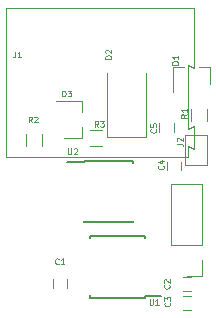
<source format=gbr>
G04 #@! TF.FileFunction,Legend,Top*
%FSLAX46Y46*%
G04 Gerber Fmt 4.6, Leading zero omitted, Abs format (unit mm)*
G04 Created by KiCad (PCBNEW 4.0.4-stable) date 10/18/17 21:30:34*
%MOMM*%
%LPD*%
G01*
G04 APERTURE LIST*
%ADD10C,0.100000*%
%ADD11C,0.120000*%
%ADD12C,0.150000*%
G04 APERTURE END LIST*
D10*
D11*
X52900000Y-36960000D02*
X52900000Y-36260000D01*
X54100000Y-36260000D02*
X54100000Y-36960000D01*
D12*
X51050000Y-47785000D02*
X51050000Y-47660000D01*
X46400000Y-47785000D02*
X46400000Y-47560000D01*
X46400000Y-42535000D02*
X46400000Y-42760000D01*
X51050000Y-42535000D02*
X51050000Y-42760000D01*
X51050000Y-47785000D02*
X46400000Y-47785000D01*
X51050000Y-42535000D02*
X46400000Y-42535000D01*
X51050000Y-47660000D02*
X52400000Y-47660000D01*
D11*
X39250000Y-23260000D02*
X39250000Y-35860000D01*
X39250000Y-35860000D02*
X54650000Y-35860000D01*
X54650000Y-35860000D02*
X54650000Y-34910000D01*
X54650000Y-34910000D02*
X55150000Y-35210000D01*
X55150000Y-35210000D02*
X55150000Y-33210000D01*
X55150000Y-33210000D02*
X54650000Y-33460000D01*
X54650000Y-33460000D02*
X54650000Y-28060000D01*
X54650000Y-28060000D02*
X55150000Y-28310000D01*
X55150000Y-28310000D02*
X55150000Y-23260000D01*
X55150000Y-23260000D02*
X39250000Y-23260000D01*
X44400000Y-46210000D02*
X44400000Y-46910000D01*
X43200000Y-46910000D02*
X43200000Y-46210000D01*
X54250000Y-46010000D02*
X54950000Y-46010000D01*
X54950000Y-47210000D02*
X54250000Y-47210000D01*
X54260000Y-47590000D02*
X54960000Y-47590000D01*
X54960000Y-48790000D02*
X54260000Y-48790000D01*
X54460000Y-34040000D02*
X54460000Y-36580000D01*
X56240000Y-36580000D02*
X56240000Y-34040000D01*
X56240000Y-36580000D02*
X54460000Y-36580000D01*
X54460000Y-34040000D02*
X56240000Y-34040000D01*
X54920000Y-32810000D02*
X54920000Y-31810000D01*
X56280000Y-31810000D02*
X56280000Y-32810000D01*
X40920000Y-34910000D02*
X40920000Y-33910000D01*
X42280000Y-33910000D02*
X42280000Y-34910000D01*
X53450000Y-33010000D02*
X53450000Y-33710000D01*
X52250000Y-33710000D02*
X52250000Y-33010000D01*
X47800000Y-34160000D02*
X51100000Y-34160000D01*
X51100000Y-34160000D02*
X51100000Y-28760000D01*
X47800000Y-34160000D02*
X47800000Y-28760000D01*
X46350000Y-33580000D02*
X47350000Y-33580000D01*
X47350000Y-34940000D02*
X46350000Y-34940000D01*
X56530000Y-28200000D02*
X55600000Y-28200000D01*
X53370000Y-28200000D02*
X54300000Y-28200000D01*
X53370000Y-28200000D02*
X53370000Y-30360000D01*
X56530000Y-28200000D02*
X56530000Y-29660000D01*
X45660000Y-34240000D02*
X45660000Y-33310000D01*
X45660000Y-31080000D02*
X45660000Y-32010000D01*
X45660000Y-31080000D02*
X43500000Y-31080000D01*
X45660000Y-34240000D02*
X44200000Y-34240000D01*
D12*
X45825000Y-36240000D02*
X45825000Y-36290000D01*
X49975000Y-36240000D02*
X49975000Y-36385000D01*
X49975000Y-41390000D02*
X49975000Y-41245000D01*
X45825000Y-41390000D02*
X45825000Y-41245000D01*
X45825000Y-36240000D02*
X49975000Y-36240000D01*
X45825000Y-41390000D02*
X49975000Y-41390000D01*
X45825000Y-36290000D02*
X44425000Y-36290000D01*
D11*
X55880000Y-38180000D02*
X53220000Y-38180000D01*
X55880000Y-43320000D02*
X55880000Y-38180000D01*
X53220000Y-43320000D02*
X53220000Y-38180000D01*
X55880000Y-43320000D02*
X53220000Y-43320000D01*
X55880000Y-44590000D02*
X55880000Y-45920000D01*
X55880000Y-45920000D02*
X54550000Y-45920000D01*
D10*
X52578571Y-36593333D02*
X52602381Y-36617143D01*
X52626190Y-36688571D01*
X52626190Y-36736190D01*
X52602381Y-36807619D01*
X52554762Y-36855238D01*
X52507143Y-36879047D01*
X52411905Y-36902857D01*
X52340476Y-36902857D01*
X52245238Y-36879047D01*
X52197619Y-36855238D01*
X52150000Y-36807619D01*
X52126190Y-36736190D01*
X52126190Y-36688571D01*
X52150000Y-36617143D01*
X52173810Y-36593333D01*
X52292857Y-36164762D02*
X52626190Y-36164762D01*
X52102381Y-36283809D02*
X52459524Y-36402857D01*
X52459524Y-36093333D01*
X51419048Y-47886190D02*
X51419048Y-48290952D01*
X51442857Y-48338571D01*
X51466667Y-48362381D01*
X51514286Y-48386190D01*
X51609524Y-48386190D01*
X51657143Y-48362381D01*
X51680952Y-48338571D01*
X51704762Y-48290952D01*
X51704762Y-47886190D01*
X52204762Y-48386190D02*
X51919048Y-48386190D01*
X52061905Y-48386190D02*
X52061905Y-47886190D01*
X52014286Y-47957619D01*
X51966667Y-48005238D01*
X51919048Y-48029048D01*
X40033334Y-26936190D02*
X40033334Y-27293333D01*
X40009524Y-27364762D01*
X39961905Y-27412381D01*
X39890477Y-27436190D01*
X39842858Y-27436190D01*
X40533333Y-27436190D02*
X40247619Y-27436190D01*
X40390476Y-27436190D02*
X40390476Y-26936190D01*
X40342857Y-27007619D01*
X40295238Y-27055238D01*
X40247619Y-27079048D01*
X43716667Y-44888571D02*
X43692857Y-44912381D01*
X43621429Y-44936190D01*
X43573810Y-44936190D01*
X43502381Y-44912381D01*
X43454762Y-44864762D01*
X43430953Y-44817143D01*
X43407143Y-44721905D01*
X43407143Y-44650476D01*
X43430953Y-44555238D01*
X43454762Y-44507619D01*
X43502381Y-44460000D01*
X43573810Y-44436190D01*
X43621429Y-44436190D01*
X43692857Y-44460000D01*
X43716667Y-44483810D01*
X44192857Y-44936190D02*
X43907143Y-44936190D01*
X44050000Y-44936190D02*
X44050000Y-44436190D01*
X44002381Y-44507619D01*
X43954762Y-44555238D01*
X43907143Y-44579048D01*
X53078571Y-46693333D02*
X53102381Y-46717143D01*
X53126190Y-46788571D01*
X53126190Y-46836190D01*
X53102381Y-46907619D01*
X53054762Y-46955238D01*
X53007143Y-46979047D01*
X52911905Y-47002857D01*
X52840476Y-47002857D01*
X52745238Y-46979047D01*
X52697619Y-46955238D01*
X52650000Y-46907619D01*
X52626190Y-46836190D01*
X52626190Y-46788571D01*
X52650000Y-46717143D01*
X52673810Y-46693333D01*
X52673810Y-46502857D02*
X52650000Y-46479047D01*
X52626190Y-46431428D01*
X52626190Y-46312381D01*
X52650000Y-46264762D01*
X52673810Y-46240952D01*
X52721429Y-46217143D01*
X52769048Y-46217143D01*
X52840476Y-46240952D01*
X53126190Y-46526666D01*
X53126190Y-46217143D01*
X53128571Y-48193333D02*
X53152381Y-48217143D01*
X53176190Y-48288571D01*
X53176190Y-48336190D01*
X53152381Y-48407619D01*
X53104762Y-48455238D01*
X53057143Y-48479047D01*
X52961905Y-48502857D01*
X52890476Y-48502857D01*
X52795238Y-48479047D01*
X52747619Y-48455238D01*
X52700000Y-48407619D01*
X52676190Y-48336190D01*
X52676190Y-48288571D01*
X52700000Y-48217143D01*
X52723810Y-48193333D01*
X52676190Y-48026666D02*
X52676190Y-47717143D01*
X52866667Y-47883809D01*
X52866667Y-47812381D01*
X52890476Y-47764762D01*
X52914286Y-47740952D01*
X52961905Y-47717143D01*
X53080952Y-47717143D01*
X53128571Y-47740952D01*
X53152381Y-47764762D01*
X53176190Y-47812381D01*
X53176190Y-47955238D01*
X53152381Y-48002857D01*
X53128571Y-48026666D01*
X53726190Y-34726666D02*
X54083333Y-34726666D01*
X54154762Y-34750476D01*
X54202381Y-34798095D01*
X54226190Y-34869523D01*
X54226190Y-34917142D01*
X53773810Y-34512381D02*
X53750000Y-34488571D01*
X53726190Y-34440952D01*
X53726190Y-34321905D01*
X53750000Y-34274286D01*
X53773810Y-34250476D01*
X53821429Y-34226667D01*
X53869048Y-34226667D01*
X53940476Y-34250476D01*
X54226190Y-34536190D01*
X54226190Y-34226667D01*
X54576190Y-32243333D02*
X54338095Y-32410000D01*
X54576190Y-32529047D02*
X54076190Y-32529047D01*
X54076190Y-32338571D01*
X54100000Y-32290952D01*
X54123810Y-32267143D01*
X54171429Y-32243333D01*
X54242857Y-32243333D01*
X54290476Y-32267143D01*
X54314286Y-32290952D01*
X54338095Y-32338571D01*
X54338095Y-32529047D01*
X54576190Y-31767143D02*
X54576190Y-32052857D01*
X54576190Y-31910000D02*
X54076190Y-31910000D01*
X54147619Y-31957619D01*
X54195238Y-32005238D01*
X54219048Y-32052857D01*
X41466667Y-32936190D02*
X41300000Y-32698095D01*
X41180953Y-32936190D02*
X41180953Y-32436190D01*
X41371429Y-32436190D01*
X41419048Y-32460000D01*
X41442857Y-32483810D01*
X41466667Y-32531429D01*
X41466667Y-32602857D01*
X41442857Y-32650476D01*
X41419048Y-32674286D01*
X41371429Y-32698095D01*
X41180953Y-32698095D01*
X41657143Y-32483810D02*
X41680953Y-32460000D01*
X41728572Y-32436190D01*
X41847619Y-32436190D01*
X41895238Y-32460000D01*
X41919048Y-32483810D01*
X41942857Y-32531429D01*
X41942857Y-32579048D01*
X41919048Y-32650476D01*
X41633334Y-32936190D01*
X41942857Y-32936190D01*
X51928571Y-33493333D02*
X51952381Y-33517143D01*
X51976190Y-33588571D01*
X51976190Y-33636190D01*
X51952381Y-33707619D01*
X51904762Y-33755238D01*
X51857143Y-33779047D01*
X51761905Y-33802857D01*
X51690476Y-33802857D01*
X51595238Y-33779047D01*
X51547619Y-33755238D01*
X51500000Y-33707619D01*
X51476190Y-33636190D01*
X51476190Y-33588571D01*
X51500000Y-33517143D01*
X51523810Y-33493333D01*
X51476190Y-33040952D02*
X51476190Y-33279047D01*
X51714286Y-33302857D01*
X51690476Y-33279047D01*
X51666667Y-33231428D01*
X51666667Y-33112381D01*
X51690476Y-33064762D01*
X51714286Y-33040952D01*
X51761905Y-33017143D01*
X51880952Y-33017143D01*
X51928571Y-33040952D01*
X51952381Y-33064762D01*
X51976190Y-33112381D01*
X51976190Y-33231428D01*
X51952381Y-33279047D01*
X51928571Y-33302857D01*
X48176190Y-27529047D02*
X47676190Y-27529047D01*
X47676190Y-27410000D01*
X47700000Y-27338571D01*
X47747619Y-27290952D01*
X47795238Y-27267143D01*
X47890476Y-27243333D01*
X47961905Y-27243333D01*
X48057143Y-27267143D01*
X48104762Y-27290952D01*
X48152381Y-27338571D01*
X48176190Y-27410000D01*
X48176190Y-27529047D01*
X47723810Y-27052857D02*
X47700000Y-27029047D01*
X47676190Y-26981428D01*
X47676190Y-26862381D01*
X47700000Y-26814762D01*
X47723810Y-26790952D01*
X47771429Y-26767143D01*
X47819048Y-26767143D01*
X47890476Y-26790952D01*
X48176190Y-27076666D01*
X48176190Y-26767143D01*
X47066667Y-33286190D02*
X46900000Y-33048095D01*
X46780953Y-33286190D02*
X46780953Y-32786190D01*
X46971429Y-32786190D01*
X47019048Y-32810000D01*
X47042857Y-32833810D01*
X47066667Y-32881429D01*
X47066667Y-32952857D01*
X47042857Y-33000476D01*
X47019048Y-33024286D01*
X46971429Y-33048095D01*
X46780953Y-33048095D01*
X47233334Y-32786190D02*
X47542857Y-32786190D01*
X47376191Y-32976667D01*
X47447619Y-32976667D01*
X47495238Y-33000476D01*
X47519048Y-33024286D01*
X47542857Y-33071905D01*
X47542857Y-33190952D01*
X47519048Y-33238571D01*
X47495238Y-33262381D01*
X47447619Y-33286190D01*
X47304762Y-33286190D01*
X47257143Y-33262381D01*
X47233334Y-33238571D01*
X53826190Y-28029047D02*
X53326190Y-28029047D01*
X53326190Y-27910000D01*
X53350000Y-27838571D01*
X53397619Y-27790952D01*
X53445238Y-27767143D01*
X53540476Y-27743333D01*
X53611905Y-27743333D01*
X53707143Y-27767143D01*
X53754762Y-27790952D01*
X53802381Y-27838571D01*
X53826190Y-27910000D01*
X53826190Y-28029047D01*
X53826190Y-27267143D02*
X53826190Y-27552857D01*
X53826190Y-27410000D02*
X53326190Y-27410000D01*
X53397619Y-27457619D01*
X53445238Y-27505238D01*
X53469048Y-27552857D01*
X44030953Y-30736190D02*
X44030953Y-30236190D01*
X44150000Y-30236190D01*
X44221429Y-30260000D01*
X44269048Y-30307619D01*
X44292857Y-30355238D01*
X44316667Y-30450476D01*
X44316667Y-30521905D01*
X44292857Y-30617143D01*
X44269048Y-30664762D01*
X44221429Y-30712381D01*
X44150000Y-30736190D01*
X44030953Y-30736190D01*
X44483334Y-30236190D02*
X44792857Y-30236190D01*
X44626191Y-30426667D01*
X44697619Y-30426667D01*
X44745238Y-30450476D01*
X44769048Y-30474286D01*
X44792857Y-30521905D01*
X44792857Y-30640952D01*
X44769048Y-30688571D01*
X44745238Y-30712381D01*
X44697619Y-30736190D01*
X44554762Y-30736190D01*
X44507143Y-30712381D01*
X44483334Y-30688571D01*
X44519048Y-35136190D02*
X44519048Y-35540952D01*
X44542857Y-35588571D01*
X44566667Y-35612381D01*
X44614286Y-35636190D01*
X44709524Y-35636190D01*
X44757143Y-35612381D01*
X44780952Y-35588571D01*
X44804762Y-35540952D01*
X44804762Y-35136190D01*
X45019048Y-35183810D02*
X45042858Y-35160000D01*
X45090477Y-35136190D01*
X45209524Y-35136190D01*
X45257143Y-35160000D01*
X45280953Y-35183810D01*
X45304762Y-35231429D01*
X45304762Y-35279048D01*
X45280953Y-35350476D01*
X44995239Y-35636190D01*
X45304762Y-35636190D01*
M02*

</source>
